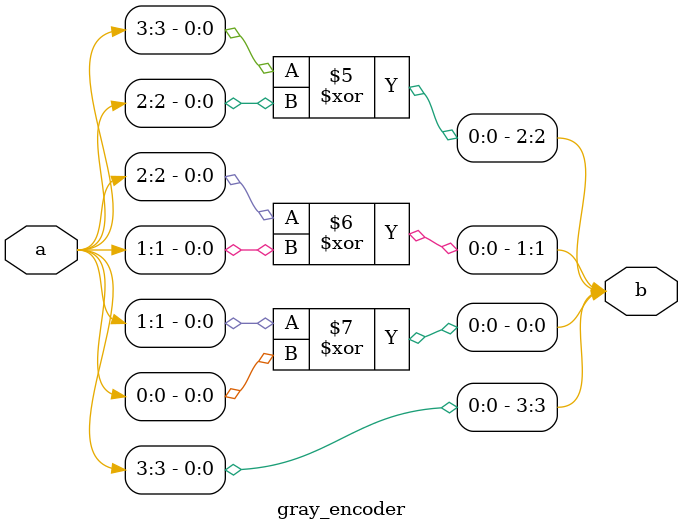
<source format=sv>
module gray_encoder(
    input [3:0] a,
    output reg [3:0] b

);

always@(*) begin
    for(int i = 3; i >= 0; i--)begin
        if (i == 3)
             b[i] = a[i];
        else
             b[i] = a[i+1] ^ a[i];
    end
end
    
endmodule
</source>
